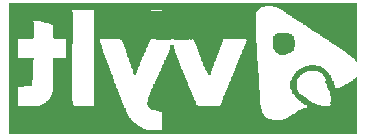
<source format=gbo>
G04*
G04 #@! TF.GenerationSoftware,Altium Limited,Altium Designer,24.5.2 (23)*
G04*
G04 Layer_Color=32896*
%FSLAX44Y44*%
%MOMM*%
G71*
G04*
G04 #@! TF.SameCoordinates,7688A6CE-4724-4EBB-A06F-6B4FEE905E02*
G04*
G04*
G04 #@! TF.FilePolarity,Positive*
G04*
G01*
G75*
G36*
X371248Y747905D02*
X372896D01*
Y747356D01*
X373994D01*
Y746806D01*
X375093D01*
Y746257D01*
X375643D01*
Y745708D01*
X376192D01*
Y745158D01*
X376741D01*
Y743510D01*
X377290D01*
Y741862D01*
X377840D01*
Y736369D01*
X377290D01*
Y734721D01*
X376741D01*
Y733073D01*
X376192D01*
Y732523D01*
X375093D01*
Y731974D01*
X374544D01*
Y731425D01*
X373445D01*
Y730875D01*
X371797D01*
Y730326D01*
X370698D01*
Y729777D01*
X364655D01*
Y730326D01*
X363557D01*
Y730875D01*
X362458D01*
Y731425D01*
X361909D01*
Y731974D01*
X361359D01*
Y732523D01*
X360810D01*
Y733622D01*
X360261D01*
Y734721D01*
X359711D01*
Y735270D01*
Y735819D01*
Y736918D01*
X359162D01*
Y744060D01*
X359711D01*
Y745158D01*
X360261D01*
Y745708D01*
X360810D01*
Y746806D01*
X361359D01*
Y747356D01*
X362458D01*
Y747905D01*
X363557D01*
Y748454D01*
X371248D01*
Y747905D01*
D02*
G37*
G36*
X430577Y723734D02*
X429479D01*
Y724283D01*
X428929D01*
Y725382D01*
X428380D01*
Y725931D01*
X427831D01*
Y726480D01*
X427281D01*
Y727030D01*
X426183D01*
Y727579D01*
X425633D01*
Y728129D01*
X425084D01*
Y728678D01*
X424534D01*
Y729227D01*
X423985D01*
Y729777D01*
X422886D01*
Y730326D01*
X422337D01*
Y730875D01*
X421788D01*
Y731425D01*
X421238D01*
Y731974D01*
X420140D01*
Y732523D01*
X419041D01*
Y733073D01*
X418492D01*
Y733622D01*
X417942D01*
Y734171D01*
X417393D01*
Y734721D01*
X416294D01*
Y735270D01*
X415196D01*
Y735819D01*
X414646D01*
Y736369D01*
X413548D01*
Y736918D01*
X412998D01*
Y737467D01*
X411899D01*
Y738017D01*
X411350D01*
Y738566D01*
X410251D01*
Y739116D01*
X409702D01*
Y739665D01*
X408603D01*
Y740214D01*
X407505D01*
Y740763D01*
X406955D01*
Y741313D01*
X406406D01*
Y741862D01*
X405307D01*
Y742411D01*
X404758D01*
Y742961D01*
X403659D01*
Y743510D01*
X403110D01*
Y744060D01*
X402011D01*
Y744609D01*
X400913D01*
Y745158D01*
X400363D01*
Y745708D01*
X399264D01*
Y746257D01*
X398715D01*
Y746806D01*
X397616D01*
Y747356D01*
X397067D01*
Y747905D01*
X395968D01*
Y748454D01*
X395419D01*
Y749004D01*
X394320D01*
Y749553D01*
X393222D01*
Y750102D01*
X392672D01*
Y750652D01*
X391573D01*
Y751201D01*
X391024D01*
Y751750D01*
X390475D01*
Y752300D01*
X389376D01*
Y752849D01*
X388827D01*
Y753399D01*
X387728D01*
Y753948D01*
X387179D01*
Y754497D01*
X386080D01*
Y755047D01*
X384981D01*
Y755596D01*
X384432D01*
Y756145D01*
X383333D01*
Y756695D01*
X382784D01*
Y757244D01*
X381685D01*
Y757793D01*
X381136D01*
Y758343D01*
X380037D01*
Y758892D01*
X378938D01*
Y759441D01*
X378389D01*
Y759991D01*
X377290D01*
Y760540D01*
X376741D01*
Y761089D01*
X375643D01*
Y761639D01*
X375093D01*
Y762188D01*
X374544D01*
Y762737D01*
X373445D01*
Y763287D01*
X372346D01*
Y763836D01*
X371797D01*
Y764386D01*
X370698D01*
Y764935D01*
X370149D01*
Y765484D01*
X369050D01*
Y766033D01*
X368501D01*
Y766583D01*
X367402D01*
Y767132D01*
X366853D01*
Y767682D01*
X365754D01*
Y768231D01*
X364655D01*
Y768780D01*
X364106D01*
Y769330D01*
X363007D01*
Y769879D01*
X361909D01*
Y770428D01*
X359162D01*
Y770978D01*
X352570D01*
Y770428D01*
X350372D01*
Y769879D01*
X349274D01*
Y769330D01*
X348724D01*
Y768780D01*
X347626D01*
Y767682D01*
X346527D01*
Y766583D01*
X345978D01*
Y766033D01*
X345428D01*
Y765484D01*
X344879D01*
Y739665D01*
X345428D01*
Y731425D01*
X345978D01*
Y724283D01*
X346527D01*
Y714395D01*
X347076D01*
Y709451D01*
X347626D01*
Y699562D01*
X348175D01*
Y694618D01*
X348724D01*
Y687477D01*
X349274D01*
Y683631D01*
X349823D01*
Y682533D01*
X350372D01*
Y680335D01*
X350922D01*
Y679786D01*
X351471D01*
Y678687D01*
X352020D01*
Y678138D01*
X352570D01*
Y677039D01*
X353119D01*
Y676490D01*
X353669D01*
Y675940D01*
X354767D01*
Y675391D01*
X355866D01*
Y674842D01*
X358613D01*
Y674292D01*
X367952D01*
Y674842D01*
X369600D01*
Y675391D01*
X370149D01*
Y675940D01*
X371248D01*
Y676490D01*
X371797D01*
Y677039D01*
X372896D01*
Y677589D01*
X373994D01*
Y678138D01*
X374544D01*
Y678687D01*
X375643D01*
Y679237D01*
X376192D01*
Y679786D01*
X377840D01*
Y680335D01*
X378389D01*
Y680884D01*
X378938D01*
Y681434D01*
X380037D01*
Y681983D01*
X380587D01*
Y682533D01*
X382235D01*
Y683082D01*
X382784D01*
Y683631D01*
X384432D01*
Y684181D01*
X387728D01*
Y684730D01*
X388278D01*
Y687477D01*
X385531D01*
Y688026D01*
X384981D01*
Y688575D01*
X384432D01*
Y689125D01*
X383333D01*
Y689674D01*
X382784D01*
Y690223D01*
X382235D01*
Y690773D01*
X381685D01*
Y691322D01*
X380587D01*
Y691871D01*
X380037D01*
Y692421D01*
X379488D01*
Y692970D01*
X378938D01*
Y693520D01*
X378389D01*
Y694069D01*
X377840D01*
Y695168D01*
X377290D01*
Y695717D01*
X376741D01*
Y696266D01*
X376192D01*
Y696816D01*
X375643D01*
Y697914D01*
X375093D01*
Y699562D01*
X374544D01*
Y700661D01*
X373994D01*
Y707253D01*
X374544D01*
Y708352D01*
X375093D01*
Y710549D01*
X375643D01*
Y711099D01*
X376192D01*
Y711648D01*
X376741D01*
Y712747D01*
X377290D01*
Y713296D01*
X377840D01*
Y713845D01*
X378389D01*
Y714944D01*
X378938D01*
Y715493D01*
X380037D01*
Y716043D01*
X380587D01*
Y716592D01*
X381136D01*
Y717141D01*
X381685D01*
Y717691D01*
X382784D01*
Y718240D01*
X383883D01*
Y718790D01*
X384432D01*
Y719339D01*
X386080D01*
Y719888D01*
X387179D01*
Y720438D01*
X389925D01*
Y720987D01*
X395968D01*
Y720438D01*
X398715D01*
Y719888D01*
X399814D01*
Y719339D01*
X400913D01*
Y718790D01*
X401462D01*
Y718240D01*
X402561D01*
Y717691D01*
X403110D01*
Y717141D01*
X403659D01*
Y716592D01*
X404209D01*
Y716043D01*
X404758D01*
Y715493D01*
X405307D01*
Y714944D01*
X405857D01*
Y714395D01*
X406406D01*
Y713845D01*
X406955D01*
Y712747D01*
X407505D01*
Y712197D01*
X408054D01*
Y711099D01*
X408603D01*
Y710000D01*
X409153D01*
Y709451D01*
X409702D01*
Y707803D01*
X410251D01*
Y707253D01*
X410801D01*
Y704507D01*
X411350D01*
Y703957D01*
X411899D01*
Y701760D01*
X412449D01*
Y701210D01*
X414097D01*
Y701760D01*
X415745D01*
Y702309D01*
X417393D01*
Y702859D01*
X418492D01*
Y703408D01*
X419590D01*
Y703957D01*
X420689D01*
Y704507D01*
X421788D01*
Y705056D01*
X422886D01*
Y705605D01*
X423985D01*
Y706155D01*
X424534D01*
Y706704D01*
X425084D01*
Y707253D01*
X426183D01*
Y707803D01*
X426732D01*
Y708352D01*
X427281D01*
Y708901D01*
X428380D01*
Y709451D01*
X428929D01*
Y710000D01*
X429479D01*
Y711099D01*
X430577D01*
Y662756D01*
X135577D01*
Y773175D01*
X430577D01*
Y723734D01*
D02*
G37*
%LPC*%
G36*
X265773Y767682D02*
X255884D01*
Y766583D01*
X265773D01*
Y767682D01*
D02*
G37*
G36*
X158101Y758892D02*
X157551D01*
Y758343D01*
X157002D01*
Y757793D01*
X156453D01*
Y757244D01*
X157002D01*
Y756695D01*
Y743510D01*
X156453D01*
Y742961D01*
X143818D01*
Y741862D01*
X143268D01*
Y741313D01*
X143818D01*
Y728678D01*
X143268D01*
Y728129D01*
X143818D01*
Y727030D01*
X156453D01*
Y726480D01*
X157002D01*
Y725382D01*
X156453D01*
Y715493D01*
X155903D01*
Y708352D01*
X155354D01*
Y703408D01*
X151508D01*
Y702859D01*
X148762D01*
Y702309D01*
X143818D01*
Y701210D01*
X143268D01*
Y700661D01*
X143818D01*
Y688026D01*
X143268D01*
Y687477D01*
X143818D01*
Y686378D01*
X161946D01*
Y686927D01*
X163045D01*
Y687477D01*
X164143D01*
Y688026D01*
X165242D01*
Y688575D01*
X165791D01*
Y689125D01*
X166890D01*
Y689674D01*
X167439D01*
Y690223D01*
X168538D01*
Y690773D01*
X169088D01*
Y691322D01*
X169637D01*
Y692421D01*
X170186D01*
Y692970D01*
X170735D01*
Y694069D01*
X171285D01*
Y695168D01*
X171834D01*
Y695717D01*
X172384D01*
Y697914D01*
X172933D01*
Y699013D01*
X173482D01*
Y727030D01*
X174581D01*
Y727579D01*
X175130D01*
Y727030D01*
X183920D01*
Y727579D01*
X184469D01*
Y729227D01*
X183920D01*
Y729777D01*
X184469D01*
Y740214D01*
X183920D01*
Y740763D01*
X184469D01*
Y742411D01*
X183920D01*
Y742961D01*
X174032D01*
Y743510D01*
X173482D01*
Y754497D01*
X172933D01*
Y755047D01*
X171285D01*
Y755596D01*
X169637D01*
Y756145D01*
X166890D01*
Y756695D01*
X165791D01*
Y757244D01*
X163045D01*
Y757793D01*
X161397D01*
Y758343D01*
X158101D01*
Y758892D01*
D02*
G37*
G36*
X336639Y742961D02*
X317411D01*
Y741862D01*
X316862D01*
Y740763D01*
X316313D01*
Y739116D01*
X315763D01*
Y737467D01*
X315214D01*
Y736369D01*
X314665D01*
Y734721D01*
X314115D01*
Y733622D01*
X313566D01*
Y731425D01*
X313017D01*
Y730326D01*
X312467D01*
Y729227D01*
X311918D01*
Y727030D01*
X311369D01*
Y726480D01*
X310819D01*
Y724283D01*
X310270D01*
Y723184D01*
X309721D01*
Y721536D01*
X309171D01*
Y719888D01*
X308622D01*
Y718790D01*
X308073D01*
Y717141D01*
X307523D01*
Y716043D01*
X306974D01*
Y713845D01*
X306425D01*
Y712747D01*
X305875D01*
Y712197D01*
X304227D01*
Y713845D01*
X303678D01*
Y714395D01*
X303129D01*
Y715493D01*
X302579D01*
Y716592D01*
X302030D01*
Y717691D01*
X301480D01*
Y719339D01*
X300931D01*
Y720438D01*
X300382D01*
Y722086D01*
X299832D01*
Y723184D01*
X299283D01*
Y724283D01*
X298734D01*
Y726480D01*
X298184D01*
Y727579D01*
X297635D01*
Y729227D01*
X297086D01*
Y730326D01*
X296536D01*
Y731974D01*
X295987D01*
Y733622D01*
X295438D01*
Y734721D01*
X294888D01*
Y736918D01*
X294339D01*
Y737467D01*
X293790D01*
Y739116D01*
X293240D01*
Y740763D01*
X292691D01*
Y741862D01*
X292141D01*
Y742411D01*
X291592D01*
Y742961D01*
X290494D01*
Y742411D01*
X289395D01*
Y742961D01*
X288296D01*
Y742411D01*
X275661D01*
Y742961D01*
X272914D01*
Y742411D01*
X260279D01*
Y742961D01*
X258082D01*
Y742411D01*
X257533D01*
Y742961D01*
X255884D01*
Y742411D01*
X255335D01*
Y741862D01*
X254786D01*
Y740763D01*
X254237D01*
Y738566D01*
X253687D01*
Y738017D01*
X253138D01*
Y736369D01*
X252588D01*
Y735270D01*
X252039D01*
Y734171D01*
X251490D01*
Y731974D01*
X250940D01*
Y731425D01*
X250391D01*
Y729777D01*
X249842D01*
Y728678D01*
X249292D01*
Y727579D01*
X248743D01*
Y725931D01*
X248194D01*
Y724832D01*
X247644D01*
Y723184D01*
X247095D01*
Y722086D01*
X246546D01*
Y720438D01*
X245996D01*
Y719339D01*
X245447D01*
Y718240D01*
X244898D01*
Y716592D01*
X244348D01*
Y715493D01*
X243799D01*
Y713845D01*
X243249D01*
Y712747D01*
X241602D01*
Y713296D01*
X241052D01*
Y715493D01*
X240503D01*
Y717141D01*
X239953D01*
Y718240D01*
X239404D01*
Y720438D01*
X238855D01*
Y721536D01*
X238305D01*
Y723734D01*
X237756D01*
Y724832D01*
X237207D01*
Y726480D01*
X236657D01*
Y728129D01*
X236108D01*
Y729227D01*
X235559D01*
Y731425D01*
X235009D01*
Y732523D01*
X234460D01*
Y734721D01*
X233911D01*
Y735819D01*
X233361D01*
Y737467D01*
X232812D01*
Y739116D01*
X232263D01*
Y740214D01*
X231713D01*
Y741313D01*
X231164D01*
Y741862D01*
X230614D01*
Y742411D01*
X230065D01*
Y742961D01*
X212486D01*
Y742411D01*
X211937D01*
Y741862D01*
X212486D01*
Y741313D01*
X213035D01*
Y739665D01*
X213585D01*
Y737467D01*
X214134D01*
Y736369D01*
X214683D01*
Y734171D01*
X215233D01*
Y733073D01*
X215782D01*
Y731425D01*
X216331D01*
Y729777D01*
X216881D01*
Y728678D01*
X217430D01*
Y726480D01*
X217980D01*
Y725382D01*
X218529D01*
Y723734D01*
X219078D01*
Y722635D01*
X219627D01*
Y720987D01*
X220177D01*
Y719339D01*
X220726D01*
Y718240D01*
X221276D01*
Y716043D01*
X221825D01*
Y714944D01*
X222374D01*
Y713296D01*
X222924D01*
Y712197D01*
X223473D01*
Y710549D01*
X224022D01*
Y708901D01*
X224572D01*
Y707803D01*
X225121D01*
Y705605D01*
X225670D01*
Y704507D01*
X226220D01*
Y703408D01*
X226769D01*
Y701760D01*
X227318D01*
Y700661D01*
X227868D01*
Y698464D01*
X228417D01*
Y697914D01*
X228966D01*
Y695717D01*
X229516D01*
Y694618D01*
X230065D01*
Y693520D01*
X230614D01*
Y691322D01*
X231164D01*
Y690773D01*
X231713D01*
Y688575D01*
X232263D01*
Y687477D01*
X232812D01*
Y686378D01*
X233361D01*
Y684730D01*
X233911D01*
Y684181D01*
X234460D01*
Y681983D01*
X235009D01*
Y681434D01*
X235559D01*
Y680335D01*
X236108D01*
Y679237D01*
X236657D01*
Y678138D01*
X237207D01*
Y677039D01*
X237756D01*
Y676490D01*
X238305D01*
Y675940D01*
X238855D01*
Y674842D01*
X239404D01*
Y674292D01*
X239953D01*
Y673743D01*
X240503D01*
Y673194D01*
X241052D01*
Y672644D01*
X241602D01*
Y672095D01*
X242700D01*
Y671546D01*
X243249D01*
Y670996D01*
X243799D01*
Y670447D01*
X244898D01*
Y669898D01*
X245447D01*
Y669348D01*
X246546D01*
Y668799D01*
X247095D01*
Y668250D01*
X248194D01*
Y667700D01*
X249292D01*
Y667151D01*
X249842D01*
Y666601D01*
X252039D01*
Y666052D01*
X253687D01*
Y665503D01*
X265773D01*
Y680884D01*
X265223D01*
Y681434D01*
X262477D01*
Y681983D01*
X260279D01*
Y682533D01*
X257533D01*
Y683082D01*
X256434D01*
Y683631D01*
X255335D01*
Y684181D01*
X254786D01*
Y684730D01*
X254237D01*
Y685279D01*
X253687D01*
Y686378D01*
X253138D01*
Y686927D01*
X252588D01*
Y689674D01*
X253138D01*
Y691871D01*
X253687D01*
Y693520D01*
X254237D01*
Y695717D01*
X254786D01*
Y696816D01*
X255335D01*
Y698464D01*
X255884D01*
Y699562D01*
X256434D01*
Y700661D01*
X256983D01*
Y701760D01*
X257533D01*
Y702859D01*
X258082D01*
Y704507D01*
X258631D01*
Y705056D01*
X259181D01*
Y706704D01*
X259730D01*
Y707803D01*
X260279D01*
Y708901D01*
X260829D01*
Y710549D01*
X261378D01*
Y711099D01*
X261927D01*
Y712747D01*
X262477D01*
Y713845D01*
X263026D01*
Y714944D01*
X263575D01*
Y716043D01*
X264125D01*
Y717141D01*
X264674D01*
Y718790D01*
X265223D01*
Y719339D01*
X265773D01*
Y720987D01*
X266322D01*
Y722086D01*
X266871D01*
Y723184D01*
X267421D01*
Y724832D01*
X267970D01*
Y725382D01*
X268519D01*
Y727030D01*
X269069D01*
Y728129D01*
X269618D01*
Y729227D01*
X270168D01*
Y730875D01*
X270717D01*
Y731425D01*
X271266D01*
Y733622D01*
X271816D01*
Y734171D01*
X272365D01*
Y737467D01*
X272914D01*
Y738017D01*
X275112D01*
Y736918D01*
X275661D01*
Y734721D01*
X276210D01*
Y734171D01*
X276760D01*
Y730875D01*
X277309D01*
Y729777D01*
X277858D01*
Y727030D01*
X278408D01*
Y726480D01*
X278957D01*
Y725382D01*
X279506D01*
Y723184D01*
X280056D01*
Y722635D01*
X280605D01*
Y720438D01*
X281154D01*
Y719339D01*
X281704D01*
Y717691D01*
X282253D01*
Y716592D01*
X282803D01*
Y715493D01*
X283352D01*
Y713845D01*
X283901D01*
Y712747D01*
X284451D01*
Y711099D01*
X285000D01*
Y710000D01*
X285549D01*
Y708352D01*
X286099D01*
Y707253D01*
X286648D01*
Y706155D01*
X287197D01*
Y704507D01*
X287747D01*
Y703408D01*
X288296D01*
Y701760D01*
X288845D01*
Y700661D01*
X289395D01*
Y699562D01*
X289944D01*
Y697914D01*
X290494D01*
Y696816D01*
X291043D01*
Y695168D01*
X291592D01*
Y694069D01*
X292141D01*
Y692970D01*
X292691D01*
Y691322D01*
X293240D01*
Y690223D01*
X293790D01*
Y688575D01*
X294339D01*
Y687477D01*
X294888D01*
Y686927D01*
X295438D01*
Y686378D01*
X314115D01*
Y686927D01*
X314665D01*
Y687477D01*
X315214D01*
Y688575D01*
X315763D01*
Y690223D01*
X316313D01*
Y691322D01*
X316862D01*
Y692421D01*
X317411D01*
Y694618D01*
X317961D01*
Y695168D01*
X318510D01*
Y697365D01*
X319060D01*
Y697914D01*
X319609D01*
Y699562D01*
X320158D01*
Y701210D01*
X320708D01*
Y701760D01*
X321257D01*
Y702859D01*
Y703408D01*
Y703957D01*
X321806D01*
Y704507D01*
X322356D01*
Y706704D01*
X322905D01*
Y707803D01*
X323454D01*
Y708901D01*
X324004D01*
Y710549D01*
X324553D01*
Y711648D01*
X325102D01*
Y713296D01*
X325652D01*
Y714395D01*
X326201D01*
Y716043D01*
X326750D01*
Y717141D01*
X327300D01*
Y718240D01*
X327849D01*
Y719888D01*
X328399D01*
Y720987D01*
X328948D01*
Y722635D01*
X329497D01*
Y723734D01*
X330047D01*
Y724832D01*
X330596D01*
Y726480D01*
X331145D01*
Y727579D01*
X331695D01*
Y729777D01*
X332244D01*
Y730326D01*
X332793D01*
Y731974D01*
X333343D01*
Y733622D01*
X333892D01*
Y734721D01*
X334441D01*
Y736369D01*
X334991D01*
Y736918D01*
X335540D01*
Y739116D01*
X336089D01*
Y740214D01*
X336639D01*
Y741313D01*
X337188D01*
Y742411D01*
X336639D01*
Y742961D01*
D02*
G37*
G36*
X207542Y767682D02*
X189963D01*
Y767132D01*
X189413D01*
Y766033D01*
X189963D01*
Y739116D01*
X189413D01*
Y690223D01*
X189963D01*
Y687477D01*
X190512D01*
Y686927D01*
X191061D01*
Y686378D01*
X207542D01*
Y686927D01*
X208091D01*
Y748454D01*
Y749004D01*
Y767132D01*
X207542D01*
Y767682D01*
D02*
G37*
G36*
X397067Y716043D02*
X389376D01*
Y715493D01*
X388278D01*
Y714944D01*
X386080D01*
Y714395D01*
X385531D01*
Y713845D01*
X384432D01*
Y713296D01*
X383883D01*
Y712747D01*
X383333D01*
Y712197D01*
X382235D01*
Y711099D01*
X381136D01*
Y710000D01*
X380587D01*
Y709451D01*
X380037D01*
Y708352D01*
X379488D01*
Y700661D01*
X380037D01*
Y699562D01*
X380587D01*
Y698464D01*
X381136D01*
Y697365D01*
X381685D01*
Y696816D01*
X382235D01*
Y696266D01*
X383333D01*
Y695717D01*
X383883D01*
Y695168D01*
X384432D01*
Y694618D01*
X385531D01*
Y694069D01*
X386080D01*
Y693520D01*
X387179D01*
Y692970D01*
X387728D01*
Y692421D01*
X388278D01*
Y691871D01*
X389376D01*
Y691322D01*
X389925D01*
Y690773D01*
X391024D01*
Y690223D01*
X391573D01*
Y689674D01*
X392672D01*
Y689125D01*
X393771D01*
Y688575D01*
X394870D01*
Y688026D01*
X396518D01*
Y687477D01*
X397616D01*
Y686927D01*
X400363D01*
Y686378D01*
X402561D01*
Y685829D01*
X406955D01*
Y686378D01*
X407505D01*
Y687477D01*
X408054D01*
Y688026D01*
X407505D01*
Y689674D01*
X408054D01*
Y694618D01*
X407505D01*
Y699013D01*
X406955D01*
Y699562D01*
X406406D01*
Y700112D01*
X405857D01*
Y701210D01*
X405307D01*
Y703408D01*
X404758D01*
Y704507D01*
X404209D01*
Y705605D01*
X403659D01*
Y707803D01*
X404209D01*
Y708901D01*
X403659D01*
Y710000D01*
X403110D01*
Y710549D01*
X402561D01*
Y711648D01*
X402011D01*
Y712747D01*
X401462D01*
Y713296D01*
X400913D01*
Y713845D01*
X400363D01*
Y714395D01*
X399264D01*
Y714944D01*
X397616D01*
Y715493D01*
X397067D01*
Y716043D01*
D02*
G37*
%LPD*%
M02*

</source>
